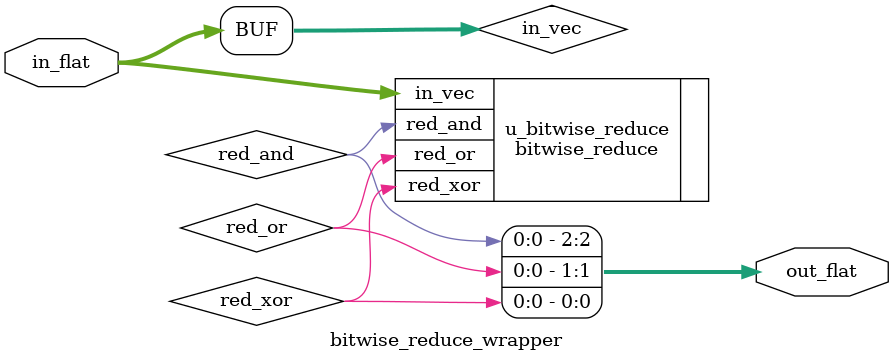
<source format=sv>
module bitwise_reduce_wrapper (
    input  wire [7:0] in_flat,
    output wire [2:0] out_flat
);

  // Slice `in_flat` into original inputs
  wire [7:0] in_vec = in_flat[7:0];

  // Wires to capture original module outputs
  wire red_and;
  wire red_or;
  wire red_xor;

  // Instantiate the original module
  bitwise_reduce u_bitwise_reduce (
    .in_vec(in_vec),
    .red_and(red_and),
    .red_or(red_or),
    .red_xor(red_xor)
  );

  // Pack original outputs into `out_flat`
  assign out_flat[2] = red_and;
  assign out_flat[1] = red_or;
  assign out_flat[0] = red_xor;

endmodule  // bitwise_reduce_wrapper
</source>
